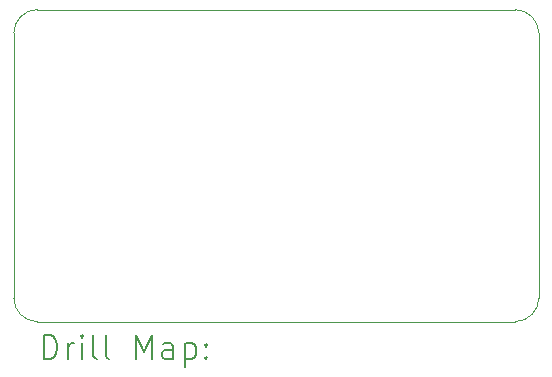
<source format=gbr>
%TF.GenerationSoftware,KiCad,Pcbnew,7.0.8*%
%TF.CreationDate,2024-04-19T19:29:14-04:00*%
%TF.ProjectId,2 Axis Gimbal,32204178-6973-4204-9769-6d62616c2e6b,rev?*%
%TF.SameCoordinates,Original*%
%TF.FileFunction,Drillmap*%
%TF.FilePolarity,Positive*%
%FSLAX45Y45*%
G04 Gerber Fmt 4.5, Leading zero omitted, Abs format (unit mm)*
G04 Created by KiCad (PCBNEW 7.0.8) date 2024-04-19 19:29:14*
%MOMM*%
%LPD*%
G01*
G04 APERTURE LIST*
%ADD10C,0.100000*%
%ADD11C,0.200000*%
G04 APERTURE END LIST*
D10*
X7642200Y-6807200D02*
G75*
G03*
X7442200Y-7007200I0J-200000D01*
G01*
X7442200Y-9248800D02*
G75*
G03*
X7642200Y-9448800I200000J0D01*
G01*
X7442200Y-9248800D02*
X7442200Y-7007200D01*
X11887200Y-7007200D02*
G75*
G03*
X11687200Y-6807200I-200000J0D01*
G01*
X7642200Y-6807200D02*
X11687200Y-6807200D01*
X11687200Y-9448800D02*
G75*
G03*
X11887200Y-9248800I0J200000D01*
G01*
X11687200Y-9448800D02*
X7642200Y-9448800D01*
X11887200Y-7007200D02*
X11887200Y-9248800D01*
D11*
X7697977Y-9765284D02*
X7697977Y-9565284D01*
X7697977Y-9565284D02*
X7745596Y-9565284D01*
X7745596Y-9565284D02*
X7774167Y-9574808D01*
X7774167Y-9574808D02*
X7793215Y-9593855D01*
X7793215Y-9593855D02*
X7802739Y-9612903D01*
X7802739Y-9612903D02*
X7812262Y-9650998D01*
X7812262Y-9650998D02*
X7812262Y-9679570D01*
X7812262Y-9679570D02*
X7802739Y-9717665D01*
X7802739Y-9717665D02*
X7793215Y-9736712D01*
X7793215Y-9736712D02*
X7774167Y-9755760D01*
X7774167Y-9755760D02*
X7745596Y-9765284D01*
X7745596Y-9765284D02*
X7697977Y-9765284D01*
X7897977Y-9765284D02*
X7897977Y-9631950D01*
X7897977Y-9670046D02*
X7907501Y-9650998D01*
X7907501Y-9650998D02*
X7917024Y-9641474D01*
X7917024Y-9641474D02*
X7936072Y-9631950D01*
X7936072Y-9631950D02*
X7955120Y-9631950D01*
X8021786Y-9765284D02*
X8021786Y-9631950D01*
X8021786Y-9565284D02*
X8012262Y-9574808D01*
X8012262Y-9574808D02*
X8021786Y-9584331D01*
X8021786Y-9584331D02*
X8031310Y-9574808D01*
X8031310Y-9574808D02*
X8021786Y-9565284D01*
X8021786Y-9565284D02*
X8021786Y-9584331D01*
X8145596Y-9765284D02*
X8126548Y-9755760D01*
X8126548Y-9755760D02*
X8117024Y-9736712D01*
X8117024Y-9736712D02*
X8117024Y-9565284D01*
X8250358Y-9765284D02*
X8231310Y-9755760D01*
X8231310Y-9755760D02*
X8221786Y-9736712D01*
X8221786Y-9736712D02*
X8221786Y-9565284D01*
X8478929Y-9765284D02*
X8478929Y-9565284D01*
X8478929Y-9565284D02*
X8545596Y-9708141D01*
X8545596Y-9708141D02*
X8612263Y-9565284D01*
X8612263Y-9565284D02*
X8612263Y-9765284D01*
X8793215Y-9765284D02*
X8793215Y-9660522D01*
X8793215Y-9660522D02*
X8783691Y-9641474D01*
X8783691Y-9641474D02*
X8764644Y-9631950D01*
X8764644Y-9631950D02*
X8726548Y-9631950D01*
X8726548Y-9631950D02*
X8707501Y-9641474D01*
X8793215Y-9755760D02*
X8774167Y-9765284D01*
X8774167Y-9765284D02*
X8726548Y-9765284D01*
X8726548Y-9765284D02*
X8707501Y-9755760D01*
X8707501Y-9755760D02*
X8697977Y-9736712D01*
X8697977Y-9736712D02*
X8697977Y-9717665D01*
X8697977Y-9717665D02*
X8707501Y-9698617D01*
X8707501Y-9698617D02*
X8726548Y-9689093D01*
X8726548Y-9689093D02*
X8774167Y-9689093D01*
X8774167Y-9689093D02*
X8793215Y-9679570D01*
X8888453Y-9631950D02*
X8888453Y-9831950D01*
X8888453Y-9641474D02*
X8907501Y-9631950D01*
X8907501Y-9631950D02*
X8945596Y-9631950D01*
X8945596Y-9631950D02*
X8964644Y-9641474D01*
X8964644Y-9641474D02*
X8974167Y-9650998D01*
X8974167Y-9650998D02*
X8983691Y-9670046D01*
X8983691Y-9670046D02*
X8983691Y-9727189D01*
X8983691Y-9727189D02*
X8974167Y-9746236D01*
X8974167Y-9746236D02*
X8964644Y-9755760D01*
X8964644Y-9755760D02*
X8945596Y-9765284D01*
X8945596Y-9765284D02*
X8907501Y-9765284D01*
X8907501Y-9765284D02*
X8888453Y-9755760D01*
X9069405Y-9746236D02*
X9078929Y-9755760D01*
X9078929Y-9755760D02*
X9069405Y-9765284D01*
X9069405Y-9765284D02*
X9059882Y-9755760D01*
X9059882Y-9755760D02*
X9069405Y-9746236D01*
X9069405Y-9746236D02*
X9069405Y-9765284D01*
X9069405Y-9641474D02*
X9078929Y-9650998D01*
X9078929Y-9650998D02*
X9069405Y-9660522D01*
X9069405Y-9660522D02*
X9059882Y-9650998D01*
X9059882Y-9650998D02*
X9069405Y-9641474D01*
X9069405Y-9641474D02*
X9069405Y-9660522D01*
M02*

</source>
